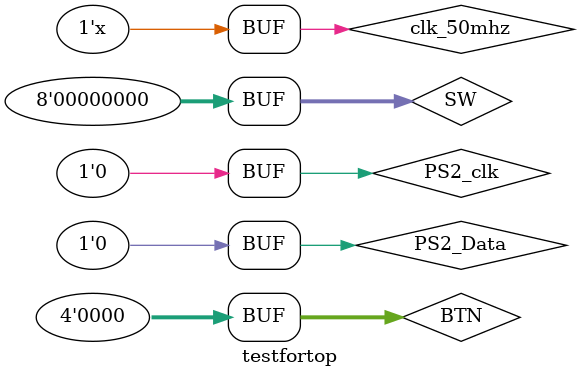
<source format=v>
`timescale 1ns / 1ps


module testfortop;

	// Inputs
	reg [3:0] BTN;
	reg [7:0] SW;
	reg clk_50mhz;
	reg PS2_Data;
	reg PS2_clk;

	// Outputs
	wire [3:0] AN;
	wire [7:0] SEGMENT;
	wire [7:0] LED;
	wire [2:0] Red;
	wire [2:0] Green;
	wire [1:0] Blue;
	wire vsync;
	wire hsync;

	// Instantiate the Unit Under Test (UUT)
	Top uut (
		.BTN(BTN), 
		.SW(SW), 
		.clk_50mhz(clk_50mhz), 
		.PS2_Data(PS2_Data), 
		.PS2_clk(PS2_clk), 
		.AN(AN), 
		.SEGMENT(SEGMENT), 
		.LED(LED), 
		.Red(Red), 
		.Green(Green), 
		.Blue(Blue), 
		.vsync(vsync), 
		.hsync(hsync)
	);

	initial begin
		// Initialize Inputs
		BTN = 0;
		SW = 0;
		clk_50mhz = 0;
		PS2_Data = 0;
		PS2_clk = 0;

		// Wait 100 ns for global reset to finish
		#100;
      
		// Add stimulus here

	end
	always begin
		clk_50mhz=~clk_50mhz;
		#10;
	end
      
endmodule


</source>
